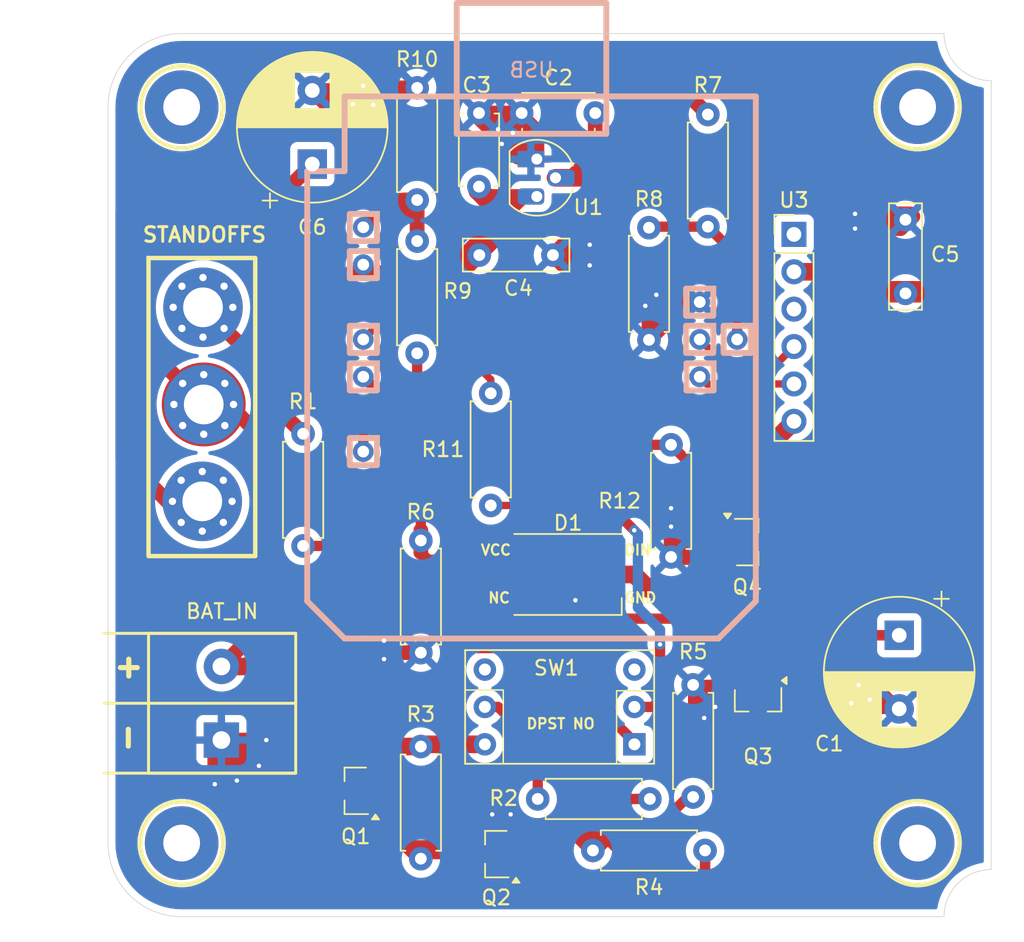
<source format=kicad_pcb>
(kicad_pcb (version 20240108) (generator "pcbnew") (generator_version "8.0")
  (layers (0 "F.Cu" signal) (31 "B.Cu" signal) (34 "B.Paste" user) (35 "F.Paste" user) (36 "B.SilkS" user "B.Silkscreen") (37 "F.SilkS" user "F.Silkscreen") (38 "B.Mask" user) (39 "F.Mask" user) (44 "Edge.Cuts" user))
  (net 0 "")
  (net 1 "CIRCUIT_POWER_SWITCH")
  (net 2 "GND")
  (net 3 "VCC_4.5V")
  (net 4 "+3.3V")
  (net 5 "Net-(U2-IO_13{slash}TCK)")
  (net 6 "Net-(D1-DIN)")
  (net 7 "Net-(Q1-G)")
  (net 8 "Net-(Q2-G)")
  (net 9 "Net-(Q4-D)")
  (net 10 "SIM800L_POWER_SWITCH")
  (net 11 "Net-(R1-Pad2)")
  (net 12 "Net-(R2-Pad2)")
  (net 13 "Net-(U2-IO_04)")
  (net 14 "Net-(R7-Pad2)")
  (net 15 "TEST_BUTTON")
  (net 16 "Net-(U2-IO_23{slash}D7)")
  (net 17 "SERIAL_TX")
  (net 18 "SERIAL_RX")
  (net 20 "Net-(J1-Pin_2)")
  (footprint "MountingHole:MountingHole_2.5mm_Pad" (layer "F.Cu") (at 172.275 73.2)
    (property "Reference" "H2" (hide yes))
    (property "Value" "MountingHole")
  )
  (footprint "Package_TO_SOT_SMD:SOT-23_Handsoldering" (layer "F.Cu") (at 161.4375 113.5 -90)
    (property "Reference" "Q3")
    (property "Value" "PMV16XNR ")
  )
  (footprint "Resistor_THT:R_Axial_DIN0207_L6.3mm_D2.5mm_P7.62mm_Horizontal" (layer "F.Cu") (at 138.525 124.26 90)
    (property "Reference" "R3")
    (property "Value" "100K")
  )
  (footprint "Capacitor_THT:CP_Radial_D10.0mm_P5.00mm" (layer "F.Cu") (at 171.025 109.082323 -90)
    (property "Reference" "C1")
    (property "Value" "470uF")
  )
  (footprint "LED_SMD:LED_WS2812B_PLCC4_5.0x5.0mm_P3.2mm" (layer "F.Cu") (at 148.525 104.95)
    (property "Reference" "D1")
    (property "Value" "WS2812B")
  )
  (footprint "Capacitor_THT:C_Disc_D4.7mm_W2.5mm_P5.00mm" (layer "F.Cu") (at 150.375 73.6 180)
    (property "Reference" "C2")
    (property "Value" "1uF")
  )
  (footprint "Connector_PinHeader_2.54mm:PinHeader_1x06_P2.54mm_Vertical" (layer "F.Cu") (at 163.875 81.845)
    (property "Reference" "U3")
    (property "Value" "SIM800L-CORE")
  )
  (footprint "Resistor_THT:R_Axial_DIN0207_L6.3mm_D2.5mm_P7.62mm_Horizontal" (layer "F.Cu") (at 138.275 89.92 90)
    (property "Reference" "R9")
    (property "Value" "150")
  )
  (footprint "Resistor_THT:R_Axial_DIN0207_L6.3mm_D2.5mm_P7.62mm_Horizontal" (layer "F.Cu") (at 154.025 89.01 90)
    (property "Reference" "R8")
    (property "Value" "680")
  )
  (footprint "Capacitor_THT:C_Rect_L7.0mm_W2.0mm_P5.00mm" (layer "F.Cu") (at 171.45 80.85 -90)
    (property "Reference" "C5")
    (property "Value" "C_Rect_L7.0mm_W2.0mm_P5.00mm")
  )
  (footprint "MountingHole:MountingHole_2.7mm_M2.5_Pad_Via" (layer "F.Cu") (at 123.775 93.4)
    (property "Reference" "S1" (hide yes))
    (property "Value" "CUNDUCTIVE_LEGS (legs 0, 1)")
  )
  (footprint "Resistor_THT:R_Axial_DIN0207_L6.3mm_D2.5mm_P7.62mm_Horizontal" (layer "F.Cu") (at 150.215 123.7)
    (property "Reference" "R4")
    (property "Value" "100K")
  )
  (footprint "MountingHole:MountingHole_2.7mm_M2.5_Pad_Via" (layer "F.Cu") (at 123.675 99.981891)
    (property "Reference" "S3" (hide yes))
    (property "Value" "CUNDUCTIVE_LEG (leg 2)")
  )
  (footprint "Resistor_THT:R_Axial_DIN0207_L6.3mm_D2.5mm_P7.62mm_Horizontal" (layer "F.Cu") (at 138.525 110.26 90)
    (property "Reference" "R6")
    (property "Value" "100K")
  )
  (footprint "Capacitor_THT:CP_Radial_D10.0mm_P5.00mm" (layer "F.Cu") (at 131.15 77.067677 90)
    (property "Reference" "C6")
    (property "Value" "470")
  )
  (footprint "Resistor_THT:R_Axial_DIN0207_L6.3mm_D2.5mm_P7.62mm_Horizontal" (layer "F.Cu") (at 158.025 81.32 90)
    (property "Reference" "R7")
    (property "Value" "330")
  )
  (footprint "Button_Switch_THT:SW_NKK_G1xJP" (layer "F.Cu") (at 153.035 116.49 180)
    (property "Reference" "SW1")
    (property "Value" "TEST")
  )
  (footprint "Package_TO_SOT_SMD:SOT-23_Handsoldering" (layer "F.Cu") (at 143.65 123.95 180)
    (property "Reference" "Q2")
    (property "Value" "PMV16XNR ")
  )
  (footprint "Package_TO_SOT_SMD:SOT-23_Handsoldering" (layer "F.Cu") (at 160.7 102.75)
    (property "Reference" "Q4")
    (property "Value" "PMV16XNR ")
  )
  (footprint "MountingHole:MountingHole_2.7mm_M2.5_Pad_Via" (layer "F.Cu") (at 123.725 86.8)
    (property "Reference" "S2" (hide yes))
    (property "Value" "CUNDUCTIVE STANDOFFS (legs 1, 2)")
  )
  (footprint "TerminalBlock_Philmore:TerminalBlock_Philmore_TB132_1x02_P5.00mm_Horizontal" (layer "F.Cu") (at 124.975 116.2 90)
    (property "Reference" "BAT_IN")
    (property "Value" "Screw_Terminal_01x02")
  )
  (footprint "Resistor_THT:R_Axial_DIN0207_L6.3mm_D2.5mm_P7.62mm_Horizontal" (layer "F.Cu") (at 138.275 71.89 -90)
    (property "Reference" "R10")
    (property "Value" "10K")
  )
  (footprint "Resistor_THT:R_Axial_DIN0207_L6.3mm_D2.5mm_P7.62mm_Horizontal" (layer "F.Cu") (at 130.525 103.01 90)
    (property "Reference" "R1")
    (property "Value" "330")
  )
  (footprint "Package_TO_SOT_THT:TO-92_HandSolder" (layer "F.Cu") (at 146.405 76.73 -90)
    (property "Reference" "U1")
    (property "Value" "MCP1700x-120xxTO")
  )
  (footprint "MountingHole:MountingHole_2.5mm_Pad" (layer "F.Cu") (at 172.275 123.2)
    (property "Reference" "H4" (hide yes))
    (property "Value" "MountingHole")
  )
  (footprint "Capacitor_THT:C_Rect_L7.0mm_W2.0mm_P5.00mm" (layer "F.Cu") (at 147.5 83.25 180)
    (property "Reference" "C4")
    (property "Value" "C_Rect_L7.0mm_W2.0mm_P5.00mm")
  )
  (footprint "Resistor_THT:R_Axial_DIN0207_L6.3mm_D2.5mm_P7.62mm_Horizontal" (layer "F.Cu") (at 154.085 120.2 180)
    (property "Reference" "R2")
    (property "Value" "330")
  )
  (footprint "Resistor_THT:R_Axial_DIN0207_L6.3mm_D2.5mm_P7.62mm_Horizontal" (layer "F.Cu") (at 157.025 112.45 -90)
    (property "Reference" "R5")
    (property "Value" "300K")
  )
  (footprint "MountingHole:MountingHole_2.5mm_Pad" (layer "F.Cu") (at 122.275 73.2)
    (property "Reference" "H1" (hide yes))
    (property "Value" "MountingHole")
  )
  (footprint "Package_TO_SOT_SMD:SOT-23_Handsoldering" (layer "F.Cu") (at 134.1 119.65 180)
    (property "Reference" "Q1")
    (property "Value" "NTR4101PT1G ")
  )
  (footprint "Resistor_THT:R_Axial_DIN0207_L6.3mm_D2.5mm_P7.62mm_Horizontal" (layer "F.Cu") (at 143.275 92.64 -90)
    (property "Reference" "R11")
    (property "Value" "270")
  )
  (footprint "MountingHole:MountingHole_2.5mm_Pad" (layer "F.Cu") (at 122.275 123.2)
    (property "Reference" "H3" (hide yes))
    (property "Value" "MountingHole")
  )
  (footprint "Capacitor_THT:C_Disc_D4.7mm_W2.5mm_P5.00mm" (layer "F.Cu") (at 142.475 78.6 90)
    (property "Reference" "C3")
    (property "Value" "1uF")
  )
  (footprint "Resistor_THT:R_Axial_DIN0207_L6.3mm_D2.5mm_P7.62mm_Horizontal" (layer "F.Cu") (at 155.525 103.76 90)
    (property "Reference" "R12")
    (property "Value" "10K")
  )
  (footprint "jw:esp32-wemos-d1-mini" (layer "B.Cu") (at 146.045 90.25)
    (property "Reference" "U2" (hide yes))
    (property "Value" "mini_esp32")
  )
  (gr_circle (center 123.775 93.4) (end 126.525455 93.4) (stroke (width 0.2)) (fill solid) (layer "F.Cu") (net 20))
  (gr_rect (start 120.025 108.95) (end 130.025 118.45) (stroke (width 0.2)) (fill none) (layer "F.SilkS"))
  (gr_rect (start 151.825 112.85) (end 154.37612 117.8108) (stroke (width 0.1)) (fill none) (layer "F.SilkS"))
  (gr_rect (start 133.8 80.55) (end 135.425 82.2) (stroke (width 0.2)) (fill none) (layer "F.SilkS"))
  (gr_rect (start 159.2 88.15) (end 160.825 89.8) (stroke (width 0.2)) (fill none) (layer "F.SilkS"))
  (gr_line (start 130.025 108.95) (end 116.975 108.95) (stroke (width 0.2)) (layer "F.SilkS"))
  (gr_line (start 130.025 113.7) (end 117.025 113.7) (stroke (width 0.2)) (layer "F.SilkS"))
  (gr_line (start 130.025 118.45) (end 117.025 118.45) (stroke (width 0.2)) (layer "F.SilkS"))
  (gr_rect (start 133.8 90.7) (end 135.425 92.35) (stroke (width 0.2)) (fill none) (layer "F.SilkS"))
  (gr_rect (start 133.8 83.075) (end 135.425 84.725) (stroke (width 0.2)) (fill none) (layer "F.SilkS"))
  (gr_rect (start 156.675 90.7) (end 158.3 92.35) (stroke (width 0.2)) (fill none) (layer "F.SilkS"))
  (gr_rect (start 156.675 88.15) (end 158.3 89.8) (stroke (width 0.2)) (fill none) (layer "F.SilkS"))
  (gr_rect (start 120.025 83.45) (end 127.275 103.7) (stroke (width 0.3)) (fill none) (layer "F.SilkS"))
  (gr_rect (start 133.8 88.15) (end 135.425 89.8) (stroke (width 0.2)) (fill none) (layer "F.SilkS"))
  (gr_rect (start 141.535 112.8) (end 144.125 117.8108) (stroke (width 0.1)) (fill none) (layer "F.SilkS"))
  (gr_rect (start 133.8 95.775) (end 135.425 97.425) (stroke (width 0.2)) (fill none) (layer "F.SilkS"))
  (gr_rect (start 156.675 85.625) (end 158.3 87.275) (stroke (width 0.2)) (fill none) (layer "F.SilkS"))
  (gr_line (start 122.275 128.2) (end 174.075 128.2) (stroke (width 0.05)) (layer "Edge.Cuts"))
  (gr_arc (start 174.075 128.2) (mid 175.012258 125.937258) (end 177.275 125) (stroke (width 0.05)) (layer "Edge.Cuts"))
  (gr_line (start 174.075 68.2) (end 122.275 68.2) (stroke (width 0.05)) (layer "Edge.Cuts"))
  (gr_arc (start 117.275 73.2) (mid 118.739466 69.664466) (end 122.275 68.2) (stroke (width 0.05)) (layer "Edge.Cuts"))
  (gr_arc (start 122.275 128.2) (mid 118.739466 126.735534) (end 117.275 123.2) (stroke (width 0.05)) (layer "Edge.Cuts"))
  (gr_line (start 177.275 125) (end 177.275 71.4) (stroke (width 0.05)) (layer "Edge.Cuts"))
  (gr_line (start 117.275 73.2) (end 117.275 123.2) (stroke (width 0.05)) (layer "Edge.Cuts"))
  (gr_arc (start 177.275 71.4) (mid 175.012258 70.462742) (end 174.075 68.2) (stroke (width 0.05)) (layer "Edge.Cuts"))
  (gr_text "VCC" (at 142.525 103.7 0) (layer "F.SilkS") (effects (font (size 0.7 0.7) (thickness 0.15) (bold yes)) (justify left bottom)))
  (gr_text "NC" (at 143.025 106.95 0) (layer "F.SilkS") (effects (font (size 0.7 0.7) (thickness 0.15) (bold yes)) (justify left bottom)))
  (gr_text "-" (at 119.425 117.2 90) (layer "F.SilkS") (effects (font (size 1.5 1.5) (thickness 0.35) (bold yes)) (justify left bottom)))
  (gr_text "STANDOFFS" (at 119.525 82.45 0) (layer "F.SilkS") (effects (font (size 1 1) (thickness 0.2) (bold yes)) (justify left bottom)))
  (gr_text "DIN" (at 152.275 103.7 0) (layer "F.SilkS") (effects (font (size 0.7 0.7) (thickness 0.15) (bold yes)) (justify left bottom)))
  (gr_text "+" (at 117.525 112.05 0) (layer "F.SilkS") (effects (font (size 1.5 1.5) (thickness 0.35) (bold yes)) (justify left bottom)))
  (gr_text "DPST NO" (at 145.625 115.5 0) (layer "F.SilkS") (effects (font (size 0.7 0.7) (thickness 0.15) (bold yes)) (justify left bottom)))
  (gr_text "GND" (at 152.275 106.95 0) (layer "F.SilkS") (effects (font (size 0.7 0.7) (thickness 0.15) (bold yes)) (justify left bottom)))
  (segment (start 160.05 107.95) (end 145.025 107.95) (width 0.7) (layer "F.Cu") (net 1))
  (segment (start 162.3875 110.2875) (end 162.3875 112) (width 0.7) (layer "F.Cu") (net 1))
  (segment (start 171.025 109.082323) (end 167.025 109.082323) (width 0.7) (layer "F.Cu") (net 1))
  (segment (start 138.525 95.43) (end 134.615 91.52) (width 0.7) (layer "F.Cu") (net 1))
  (segment (start 138.525 102.64) (end 138.525 101.95) (width 1) (layer "F.Cu") (net 1))
  (segment (start 171.025 109.082323) (end 163.592677 109.082323) (width 0.7) (layer "F.Cu") (net 1))
  (segment (start 161.5 109.4) (end 160.05 107.95) (width 0.7) (layer "F.Cu") (net 1))
  (segment (start 138.525 102.64) (end 138.525 103.45) (width 1) (layer "F.Cu") (net 1))
  (segment (start 163.592677 109.082323) (end 162.3875 110.2875) (width 0.7) (layer "F.Cu") (net 1))
  (segment (start 139.025 103.95) (end 138.525 103.45) (width 0.7) (layer "F.Cu") (net 1))
  (segment (start 161.5 109.4) (end 162.3875 110.2875) (width 0.7) (layer "F.Cu") (net 1))
  (segment (start 141.025 103.95) (end 139.025 103.95) (width 0.7) (layer "F.Cu") (net 1))
  (segment (start 138.525 103.45) (end 138.525 95.43) (width 0.7) (layer "F.Cu") (net 1))
  (segment (start 145.025 107.95) (end 141.025 103.95) (width 0.7) (layer "F.Cu") (net 1))
  (segment (start 155.8 103.7) (end 155.7 103.6) (width 1.2) (layer "F.Cu") (net 2))
  (segment (start 157.275 115.2) (end 157.775 114.7) (width 0.7) (layer "F.Cu") (net 2))
  (segment (start 168.157323 114.082323) (end 167.775 113.7) (width 0.7) (layer "F.Cu") (net 2))
  (segment (start 157.025 112.45) (end 160.525 112.45) (width 0.7) (layer "F.Cu") (net 2))
  (segment (start 133.9 73) (end 132.082323 73) (width 1) (layer "F.Cu") (net 2))
  (segment (start 145.15 123) (end 145.125 123) (width 0.7) (layer "F.Cu") (net 2))
  (segment (start 155.015 87.21) (end 154.525 87.7) (width 1) (layer "F.Cu") (net 2))
  (segment (start 155.525 103.76) (end 155.525 100.45) (width 1) (layer "F.Cu") (net 2))
  (segment (start 169.407323 114.082323) (end 168.275 112.95) (width 0.7) (layer "F.Cu") (net 2))
  (segment (start 138.525 110.26) (end 136.835 110.26) (width 1) (layer "F.Cu") (net 2))
  (segment (start 149.125 106.6) (end 149.025 106.7) (width 0.7) (layer "F.Cu") (net 2))
  (segment (start 136.835 110.26) (end 136.025 109.45) (width 1) (layer "F.Cu") (net 2))
  (segment (start 145.125 123) (end 143.375 121.25) (width 0.7) (layer "F.Cu") (net 2))
  (segment (start 150 83.95) (end 149.2 83.15) (width 1) (layer "F.Cu") (net 2))
  (segment (start 157.025 115.2) (end 157.275 115.2) (width 0.7) (layer "F.Cu") (net 2))
  (segment (start 145.15 123) (end 145.15 121.775) (width 0.7) (layer "F.Cu") (net 2))
  (segment (start 146.405 76.73) (end 146.405 76.33) (width 1) (layer "F.Cu") (net 2))
  (segment (start 170.875 80.692677) (end 169.55 80.692677) (width 1) (layer "F.Cu") (net 2))
  (segment (start 124.525 119.2) (end 125.775 119.2) (width 1) (layer "F.Cu") (net 2))
  (segment (start 150 83.95) (end 150 82.55) (width 1) (layer "F.Cu") (net 2))
  (segment (start 125.025 117.95) (end 125.025 116.2) (width 1) (layer "F.Cu") (net 2))
  (segment (start 125.025 119.2) (end 128.025 116.2) (width 1) (layer "F.Cu") (net 2))
  (segment (start 126.525 118.2) (end 124.775 116.45) (width 1) (layer "F.Cu") (net 2))
  (segment (start 150 82.55) (end 148.2 82.55) (width 1) (layer "F.Cu") (net 2))
  (segment (start 148.2 83.95) (end 147.5 83.25) (width 1) (layer "F.Cu") (net 2))
  (segment (start 145.055 76.73) (end 144.025 75.7) (width 0.7) (layer "F.Cu") (net 2))
  (segment (start 168.025 80.45) (end 171.782323 80.45) (width 1) (layer "F.Cu") (net 2))
  (segment (start 155.015 86.44) (end 154.525 85.95) (width 1) (layer "F.Cu") (net 2))
  (segment (start 127.525 117.95) (end 126.725 117.95) (width 1) (layer "F.Cu") (net 2))
  (segment (start 167.775 112.95) (end 168.275 112.45) (width 0.7) (layer "F.Cu") (net 2))
  (segment (start 125.775 119.2) (end 126.025 118.95) (width 1) (layer "F.Cu") (net 2))
  (segment (start 169.55 80.692677) (end 170 80.692677) (width 1) (layer "F.Cu") (net 2))
  (segment (start 171.782323 80.45) (end 171.95 80.617677) (width 1) (layer "F.Cu") (net 2))
  (segment (start 156.595 86.44) (end 154.025 89.01) (width 1) (layer "F.Cu") (net 2))
  (segment (start 128.025 117.45) (end 127.275 116.7) (width 1) (layer "F.Cu") (net 2))
  (segment (start 146.405 76.73) (end 145.055 76.73) (width 0.7) (layer "F.Cu") (net 2))
  (segment (start 145.375 73.6) (end 142.475 73.6) (width 1) (layer "F.Cu") (net 2))
  (segment (start 126.225 117.45) (end 124.975 116.2) (width 1) (layer "F.Cu") (net 2))
  (segment (start 160.025 112.45) (end 159.025 112.45) (width 0.7) (layer "F.Cu") (net 2))
  (segment (start 159.475 103.7) (end 158.025 103.7) (width 1) (layer "F.Cu") (net 2))
  (segment (start 145.15 123) (end 144.45 122.3) (width 0.7) (layer "F.Cu") (net 2))
  (segment (start 168.782323 80.692677) (end 168.025 81.45) (width 1) (layer "F.Cu") (net 2))
  (segment (start 145.15 121.775) (end 144.625 121.25) (width 0.7) (layer "F.Cu") (net 2))
  (segment (start 158.525 113.95) (end 157.775 114.7) (width 0.7) (layer "F.Cu") (net 2))
  (segment (start 146.405 74.83) (end 145.275 73.7) (width 1) (layer "F.Cu") (net 2))
  (segment (start 146.405 75.58) (end 144.775 73.95) (width 1) (layer "F.Cu") (net 2))
  (segment (start 134.65 72.4) (end 134.65 71.9) (width 1) (layer "F.Cu") (net 2))
  (segment (start 170.157323 114.082323) (end 169.025 112.95) (width 0.7) (layer "F.Cu") (net 2))
  (segment (start 157.025 112.45) (end 157.025 115.2) (width 0.7) (layer "F.Cu") (net 2))
  (segment (start 126.725 117.95) (end 124.975 116.2) (width 1) (layer "F.Cu") (net 2))
  (segment (start 128.025 117.45) (end 127.525 117.95) (width 1) (layer "F.Cu") (net 2))
  (segment (start 169.392677 112.45) (end 171.025 114.082323) (width 0.7) (layer "F.Cu") (net 2))
  (segment (start 157.025 115.2) (end 159.775 112.45) (width 0.7) (layer "F.Cu") (net 2))
  (segment (start 133.9 73) (end 135.25 73) (width 1) (layer "F.Cu") (net 2))
  (segment (start 168.025 81.45) (end 168.025 80.45) (width 1) (layer "F.Cu") (net 2))
  (segment (start 128.025 116.2) (end 128.025 117.45) (width 1) (layer "F.Cu") (net 2))
  (segment (start 150.975 106.6) (end 149.125 106.6) (width 0.7) (layer "F.Cu") (net 2))
  (segment (start 124.525 116.65) (end 124.975 116.2) (width 1) (layer "F.Cu") (net 2))
  (segment (start 127.525 117.95) (end 125.775 116.2) (width 1) (layer "F.Cu") (net 2))
  (segment (start 157.025 114.45) (end 157.025 112.45) (width 0.7) (layer "F.Cu") (net 2))
  (segment (start 146.405 76.73) (end 145.555 76.73) (width 1) (layer "F.Cu") (net 2))
  (segment (start 126.525 118.95) (end 127.525 117.95) (width 1) (layer "F.Cu") (net 2))
  (segment (start 138.525 72.14) (end 138.275 71.89) (width 0.7) (layer "F.Cu") (net 2))
  (segment (start 136.46 71.89) (end 135.3 73.05) (width 1) (layer "F.Cu") (net 2))
  (segment (start 158.025 103.7) (end 157.275 102.95) (width 1) (layer "F.Cu") (net 2))
  (segment (start 125.775 116.2) (end 125.025 116.2) (width 1) (layer "F.Cu") (net 2))
  (segment (start 127.275 116.7) (end 124.775 116.7) (width 1) (layer "F.Cu") (net 2))
  (segment (start 127.525 117.95) (end 126.275 119.2) (width 1) (layer "F.Cu") (net 2))
  (segment (start 146.405 76.73) (end 146.405 75.58) (width 1) (layer "F.Cu") (net 2))
  (segment (start 169.642677 112.7) (end 168.525 112.7) (width 0.7) (layer "F.Cu") (net 2))
  (segment (start 149.2 83.15) (end 148.7 83.15) (width 1) (layer "F.Cu") (net 2))
  (segment (start 155.525 100.45) (end 155.525 101.2) (width 1) (layer "F.Cu") (net 2))
  (segment (start 157.275 102.95) (end 156.025 102.95) (width 1) (layer "F.Cu") (net 2))
  (segment (start 136.465 110.26) (end 136.025 110.7) (width 1) (layer "F.Cu") (net 2))
  (segment (start 138.275 71.89) (end 136.46 71.89) (width 1) (layer "F.Cu") (net 2))
  (segment (start 128.025 117.45) (end 126.225 117.45) (width 1) (layer "F.Cu") (net 2))
  (segment (start 128.025 116.2) (end 124.975 116.2) (width 1) (layer "F.Cu") (net 2))
  (segment (start 170.875 80.692677) (end 168.032323 80.692677) (width 1) (layer "F.Cu") (net 2))
  (segment (start 126.275 119.2) (end 125.775 119.2) (width 1) (layer "F.Cu") (net 2))
  (segment (start 124.525 119.2) (end 125.025 119.2) (width 1) (layer "F.Cu") (net 2))
  (segment (start 160.025 112.45) (end 158.275 112.45) (width 0.7) (layer "F.Cu") (net 2))
  (segment (start 158.025 103.7) (end 155.585 103.7) (width 1) (layer "F.Cu") (net 2))
  (segment (start 170.875 80.692677) (end 168.267677 80.692677) (width 1) (layer "F.Cu") (net 2))
  (segment (start 168.267677 80.692677) (end 168.025 80.45) (width 1) (layer "F.Cu") (net 2))
  (segment (start 171.025 114.082323) (end 169.407323 114.082323) (width 0.7) (layer "F.Cu") (net 2))
  (segment (start 155.585 103.7) (end 155.525 103.76) (width 1) (layer "F.Cu") (net 2))
  (segment (start 168.657323 114.082323) (end 168.025 113.45) (width 0.7) (layer "F.Cu") (net 2))
  (segment (start 157.475 86.44) (end 156.595 86.44) (width 1) (layer "F.Cu") (net 2))
  (segment (start 145.555 76.73) (end 142.525 73.7) (width 1) (layer "F.Cu") (net 2))
  (segment (start 154.525 87.7) (end 154.525 86.7) (width 1) (layer "F.Cu") (net 2))
  (segment (start 158.275 112.45) (end 157.275 113.45) (width 0.7) (layer "F.Cu") (net 2))
  (segment (start 159.775 112.7) (end 158.525 113.95) (width 0.7) (layer "F.Cu") (net 2))
  (segment (start 171.117677 81.45) (end 171.95 80.617677) (width 1) (layer "F.Cu") (net 2))
  (segment (start 135.25 73) (end 135.3 73.05) (width 1) (layer "F.Cu") (net 2))
  (segment (start 170.157323 80.85) (end 171.45 80.85) (width 1) (layer "F.Cu") (net 2))
  (segment (start 169.55 80.692677) (end 168.782323 80.692677) (width 1) (layer "F.Cu") (net 2))
  (segment (start 148.2 82.55) (end 147.5 83.25) (width 1) (layer "F.Cu") (net 2))
  (segment (start 146.405 76.33) (end 144.025 73.95) (width 1) (layer "F.Cu") (net 2))
  (segment (start 154.025 86.95) (end 153.775 86.7) (width 1) (layer "F.Cu") (net 2))
  (segment (start 142.475 73.6) (end 142.475 74.15) (width 0.7) (layer "F.Cu") (net 2))
  (segment (start 171.025 114.082323) (end 168.157323 114.082323) (width 0.7) (layer "F.Cu") (net 2))
  (segment (start 168.275 112.45) (end 169.392677 112.45) (width 0.7) (layer "F.Cu") (net 2))
  (segment (start 126.025 118.95) (end 126.525 118.95) (width 1) (layer "F.Cu") (net 2))
  (segment (start 150 83.95) (end 148.2 83.95) (width 1) (layer "F.Cu") (net 2))
  (segment (start 170 80.692677) (end 170.157323 80.85) (width 1) (layer "F.Cu") (net 2))
  (segment (start 155.525 101.2) (end 158.025 103.7) (width 1) (layer "F.Cu") (net 2))
  (segment (start 126.025 118.95) (end 125.025 117.95) (width 1) (layer "F.Cu") (net 2))
  (segment (start 134.282323 72.067677) (end 134.6 71.75) (width 1) (layer "F.Cu") (net 2))
  (segment (start 159.025 112.45) (end 157.025 114.45) (width 0.7) (layer "F.Cu") (net 2))
  (segment (start 146.405 76.73) (end 146.405 74.83) (width 1) (layer "F.Cu") (net 2))
  (segment (start 144.45 122.3) (end 144.45 121.65) (width 0.7) (layer "F.Cu") (net 2))
  (segment (start 138.525 110.26) (end 136.465 110.26) (width 1) (layer "F.Cu") (net 2))
  (segment (start 124.525 119.2) (end 124.525 116.65) (width 1) (layer "F.Cu") (net 2))
  (segment (start 142.475 74.15) (end 144.025 75.7) (width 0.7) (layer "F.Cu") (net 2))
  (segment (start 171.025 114.082323) (end 169.642677 112.7) (width 0.7) (layer "F.Cu") (net 2))
  (segment (start 171.025 114.082323) (end 170.157323 114.082323) (width 0.7) (layer "F.Cu") (net 2))
  (segment (start 135.3 73.05) (end 134.65 72.4) (width 1) (layer "F.Cu") (net 2))
  (segment (start 144.625 121.25) (end 143.375 121.25) (width 0.7) (layer "F.Cu") (net 2))
  (segment (start 154.025 89.01) (end 154.025 86.95) (width 1) (layer "F.Cu") (net 2))
  (segment (start 155.015 86.44) (end 155.015 87.21) (width 1) (layer "F.Cu") (net 2))
  (segment (start 132.082323 73) (end 131.15 72.067677) (width 1) (layer "F.Cu") (net 2))
  (segment (start 159.775 112.45) (end 159.775 112.7) (width 0.7) (layer "F.Cu") (net 2))
  (segment (start 168.025 81.45) (end 171.117677 81.45) (width 1) (layer "F.Cu") (net 2))
  (segment (start 167.775 113.7) (end 167.775 112.95) (width 0.7) (layer "F.Cu") (net 2))
  (segment (start 134.74 71.89) (end 134.6 71.75) (width 1) (layer "F.Cu") (net 2))
  (segment (start 136.025 110.7) (end 136.025 109.45) (width 1) (layer "F.Cu") (net 2))
  (segment (start 138.275 71.89) (end 134.74 71.89) (width 1) (layer "F.Cu") (net 2))
  (segment (start 131.15 72.067677) (end 134.282323 72.067677) (width 1) (layer "F.Cu") (net 2))
  (segment (start 153.775 86.7) (end 154.525 85.95) (width 1) (layer "F.Cu") (net 2))
  (segment (start 157.475 86.44) (end 155.015 86.44) (width 1) (layer "F.Cu") (net 2))
  (segment (start 171.025 114.082323) (end 168.657323 114.082323) (width 0.7) (layer "F.Cu") (net 2))
  (segment (start 159.2 103.7) (end 155.8 103.7) (width 1.2) (layer "F.Cu") (net 2))
  (segment (start 126.525 118.95) (end 126.525 118.2) (width 1) (layer "F.Cu") (net 2))
  (via (at 144.625 121.25) (size 0.7) (drill 0.3) (layers "F.Cu" "B.Cu") (net 2))
  (via (at 133.9 73) (size 0.7) (drill 0.3) (layers "F.Cu" "B.Cu") (net 2))
  (via (at 167.775 113.7) (size 0.7) (drill 0.3) (layers "F.Cu" "B.Cu") (net 2))
  (via (at 158.525 113.95) (size 0.7) (drill 0.3) (layers "F.Cu" "B.Cu") (net 2))
  (via (at 144.025 75.7) (size 0.7) (drill 0.3) (layers "F.Cu" "B.Cu") (net 2))
  (via (at 169.025 113.45) (size 0.7) (drill 0.3) (layers "F.Cu" "B.Cu") (net 2))
  (via (at 136.025 110.7) (size 0.7) (drill 0.3) (layers "F.Cu" "B.Cu") (net 2))
  (via (at 134.6 71.75) (size 0.7) (drill 0.3) (layers "F.Cu" "B.Cu") (net 2))
  (via (at 135.3 73.05) (size 0.7) (drill 0.3) (layers "F.Cu" "B.Cu") (net 2))
  (via (at 155.525 101.7) (size 0.7) (drill 0.3) (layers "F.Cu" "B.Cu") (net 2))
  (via (at 168.025 80.45) (size 0.7) (drill 0.3) (layers "F.Cu" "B.Cu") (net 2))
  (via (at 126.025 118.95) (size 0.7) (drill 0.3) (layers "F.Cu" "B.Cu") (net 2))
  (via (at 155.525 100.45) (size 0.7) (drill 0.3) (layers "F.Cu" "B.Cu") (net 2))
  (via (at 153.775 86.7) (size 0.7) (drill 0.3) (layers "F.Cu" "B.Cu") (net 2))
  (via (at 150 83.95) (size 0.7) (drill 0.3) (layers "F.Cu" "B.Cu") (net 2))
  (via (at 154.525 85.95) (size 0.7) (drill 0.3) (layers "F.Cu" "B.Cu") (net 2))
  (via (at 127.525 117.95) (size 0.7) (drill 0.3) (layers "F.Cu" "B.Cu") (net 2))
  (via (at 168.275 112.45) (size 0.7) (drill 0.3) (layers "F.Cu" "B.Cu") (net 2))
  (via (at 168.025 81.45) (size 0.7) (drill 0.3) (layers "F.Cu" "B.Cu") (net 2))
  (via (at 144.775 74.95) (size 0.7) (drill 0.3) (layers "F.Cu" "B.Cu") (net 2))
  (via (at 149.025 106.7) (size 0.7) (drill 0.3) (layers "F.Cu" "B.Cu") (net 2))
  (via (at 136.025 109.45) (size 0.7) (drill 0.3) (layers "F.Cu" "B.Cu") (net 2))
  (via (at 157.775 114.7) (size 0.7) (drill 0.3) (layers "F.Cu" "B.Cu") (net 2))
  (via (at 143.375 121.25) (size 0.7) (drill 0.3) (layers "F.Cu" "B.Cu") (net 2))
  (via (at 124.525 119.2) (size 0.7) (drill 0.3) (layers "F.Cu" "B.Cu") (net 2))
  (via (at 128.025 116.2) (size 0.7) (drill 0.3) (layers "F.Cu" "B.Cu") (net 2))
  (via (at 143.775 74.7) (size 0.7) (drill 0.3) (layers "F.Cu" "B.Cu") (net 2))
  (via (at 150 82.55) (size 0.7) (drill 0.3) (layers "F.Cu" "B.Cu") (net 2))
  (segment (start 174.992677 85.617677) (end 175.067677 85.692677) (width 1.2) (layer "F.Cu") (net 3))
  (segment (start 167.735 84.385) (end 163.875 84.385) (width 1.2) (layer "F.Cu") (net 3))
  (segment (start 175.275 87.175) (end 175.275 94.45) (width 1.2) (layer "F.Cu") (net 3))
  (segment (start 158.895 126.2) (end 157.835 125.14) (width 0.7) (layer "F.Cu") (net 3))
  (segment (start 147.675 78) (end 148.725 78) (width 1) (layer "F.Cu") (net 3))
  (segment (start 171.95 85.617677) (end 168.967677 85.617677) (width 1.2) (layer "F.Cu") (net 3))
  (segment (start 150.525 76.5) (end 150.525 77.45) (width 1) (layer "F.Cu") (net 3))
  (segment (start 175.067677 85.692677) (end 175.275 85.9) (width 1.2) (layer "F.Cu") (net 3))
  (segment (start 166.7 120.85) (end 169.45 118.1) (width 1.2) (layer "F.Cu") (net 3))
  (segment (start 150.375 76.35) (end 151.775 77.75) (width 1) (layer "F.Cu") (net 3))
  (segment (start 169.45 118.1) (end 173.875 118.1) (width 1.2) (layer "F.Cu") (net 3))
  (segment (start 168.05 78) (end 147.675 78) (width 1.2) (layer "F.Cu") (net 3))
  (segment (start 157.835 125.26) (end 158.775 126.2) (width 0.7) (layer "F.Cu") (net 3))
  (segment (start 156.025 126.2) (end 155.6125 126.6125) (width 0.7) (layer "F.Cu") (net 3))
  (segment (start 170.875 85.692677) (end 175.067677 85.692677) (width 1.2) (layer "F.Cu") (net 3))
  (segment (start 175.275 116.7) (end 175.275 111.7) (width 1.2) (layer "F.Cu") (net 3))
  (segment (start 151.775 77.75) (end 151.775 77.95) (width 1) (layer "F.Cu") (net 3))
  (segment (start 132.6 123.65) (end 132.6 119.65) (width 1.2) (layer "F.Cu") (net 3))
  (segment (start 175.275 85.9) (end 175.275 79.575) (width 1.2) (layer "F.Cu") (net 3))
  (segment (start 175.275 87.175) (end 173.975 85.875) (width 1.2) (layer "F.Cu") (net 3))
  (segment (start 156.025 126.2) (end 165.275 126.2) (width 1.2) (layer "F.Cu") (net 3))
  (segment (start 150.375 76.35) (end 150.525 76.5) (width 1) (layer "F.Cu") (net 3))
  (segment (start 175.275 111.7) (end 175.275 107.95) (width 1.2) (layer "F.Cu") (net 3))
  (segment (start 175.067677 85.692677) (end 172.025 85.692677) (width 1.2) (layer "F.Cu") (net 3))
  (segment (start 169.225 85.875) (end 168.967677 85.617677) (width 1.2) (layer "F.Cu") (net 3))
  (segment (start 157.835 125.14) (end 156.775 126.2) (width 0.7) (layer "F.Cu") (net 3))
  (segment (start 166.7 124.775) (end 166.7 120.85) (width 1.2) (layer "F.Cu") (net 3))
  (segment (start 172.025 85.692677) (end 171.95 85.617677) (width 1.2) (layer "F.Cu") (net 3))
  (segment (start 173.275 105.95) (end 154.025 105.95) (width 1.2) (layer "F.Cu") (net 3))
  (segment (start 175.275 108.95) (end 175.275 111.7) (width 1.2) (layer "F.Cu") (net 3))
  (segment (start 170.95 85.617677) (end 170.875 85.692677) (width 1.2) (layer "F.Cu") (net 3))
  (segment (start 175.275 85.9) (end 175.275 87.175) (width 1.2) (layer "F.Cu") (net 3))
  (segment (start 173.875 118.1) (end 175.275 116.7) (width 1.2) (layer "F.Cu") (net 3))
  (segment (start 156.025 126.2) (end 155.175 127.05) (width 1.2) (layer "F.Cu") (net 3))
  (segment (start 148.725 78) (end 150.375 76.35) (width 1) (layer "F.Cu") (net 3))
  (segment (start 175.275 107.95) (end 173.275 105.95) (width 1.2) (layer "F.Cu") (net 3))
  (segment (start 168.875 77.175) (end 168.05 78) (width 1.2) (layer "F.Cu") (net 3))
  (segment (start 168.967677 85.617677) (end 174.992677 85.617677) (width 1.2) (layer "F.Cu") (net 3))
  (segment (start 157.835 123.7) (end 157.835 125.14) (width 0.7) (layer "F.Cu") (net 3))
  (segment (start 175.275 79.575) (end 172.875 77.175) (width 1.2) (layer "F.Cu") (net 3))
  (segment (start 154.025 105.95) (end 153.025 104.95) (width 1.2) (layer "F.Cu") (net 3))
  (segment (start 147.725 104.95) (end 146.075 103.3) (width 1.2) (layer "F.Cu") (net 3))
  (segment (start 136 127.05) (end 132.6 123.65) (width 1.2) (layer "F.Cu") (net 3))
  (segment (start 153.025 104.95) (end 147.725 104.95) (width 1.2) (layer "F.Cu") (net 3))
  (segment (start 171.95 85.617677) (end 170.95 85.617677) (width 1.2) (layer "F.Cu") (net 3))
  (segment (start 168.967677 85.617677) (end 167.735 84.385) (width 1.2) (layer "F.Cu") (net 3))
  (segment (start 150.375 76.35) (end 150.375 73.6) (width 1) (layer "F.Cu") (net 3))
  (segment (start 165.275 126.2) (end 166.7 124.775) (width 1.2) (layer "F.Cu") (net 3))
  (segment (start 175.275 94.45) (end 175.275 108.95) (width 1.2) (layer "F.Cu") (net 3))
  (segment (start 157.835 123.7) (end 157.835 125.26) (width 0.7) (layer "F.Cu") (net 3))
  (segment (start 172.875 77.175) (end 168.875 77.175) (width 1.2) (layer "F.Cu") (net 3))
  (segment (start 155.175 127.05) (end 136 127.05) (width 1.2) (layer "F.Cu") (net 3))
  (segment (start 173.975 85.875) (end 169.225 85.875) (width 1.2) (layer "F.Cu") (net 3))
  (segment (start 134.615 83.9) (end 135.165 84.45) (width 1) (layer "F.Cu") (net 4))
  (segment (start 146.405 79.27) (end 144.025 79.27) (width 1) (layer "F.Cu") (net 4))
  (segment (start 132.525 94.7) (end 132.525 99.45) (width 0.7) (layer "F.Cu") (net 4))
  (segment (start 142.8 78.925) (end 142.8 79.475) (width 1) (layer "F.Cu") (net 4))
  (segment (start 144.025 80.7) (end 142.275 78.95) (width 1) (layer "F.Cu") (net 4))
  (segment (start 136.275 84.45) (end 140.275 84.45) (width 1) (layer "F.Cu") (net 4))
  (segment (start 142.5 83.25) (end 144.025 81.725) (width 1) (layer "F.Cu") (net 4))
  (segment (start 144.025 80.7) (end 144.025 79.27) (width 1) (layer "F.Cu") (net 4))
  (segment (start 145.455 79.27) (end 143.775 80.95) (width 1) (layer "F.Cu") (net 4))
  (segment (start 146.405 79.27) (end 145.455 79.27) (width 1) (layer "F.Cu") (net 4))
  (segment (start 140.275 84.45) (end 141.3 84.45) (width 1) (layer "F.Cu") (net 4))
  (segment (start 144.15 108.7) (end 145.4 109.95) (width 0.7) (layer "F.Cu") (net 4))
  (segment (start 131.525 86.7) (end 131.525 93.7) (width 0.7) (layer "F.Cu") (net 4))
  (segment (start 135.165 84.45) (end 136.275 84.45) (width 1) (layer "F.Cu") (net 4))
  (segment (start 133.775 84.45) (end 131.525 86.7) (width 0.7) (layer "F.Cu") (net 4))
  (segment (start 144.025 81.725) (end 144.025 80.7) (width 1) (layer "F.Cu") (net 4))
  (segment (start 146.65 109.95) (end 153.035 116.335) (width 0.7) (layer "F.Cu") (net 4))
  (segment (start 136.275 84.45) (end 133.775 84.45) (width 1) (layer "F.Cu") (net 4))
  (segment (start 144.025 79.27) (end 143.145 79.27) (width 1) (layer "F.Cu") (net 4))
  (segment (start 153.035 116.335) (end 153.035 116.49) (width 0.7) (layer "F.Cu") (net 4))
  (segment (start 143.145 79.27) (end 142.475 78.6) (width 1) (layer "F.Cu") (net 4))
  (segment (start 142.475 78.6) (end 142.8 78.925) (width 1) (layer "F.Cu") (net 4))
  (segment (start 142.8 79.475) (end 144.025 80.7) (width 1) (layer "F.Cu") (net 4))
  (segment (start 140.275 84.45) (end 144.025 80.7) (width 1) (layer "F.Cu") (net 4))
  (segment (start 141.775 108.7) (end 144.15 108.7) (width 0.7) (layer "F.Cu") (net 4))
  (segment (start 142.275 78.95) (end 142.275 78.7) (width 1) (layer "F.Cu") (net 4))
  (segment (start 145.4 109.95) (end 146.65 109.95) (width 0.7) (layer "F.Cu") (net 4))
  (segment (start 141.3 84.45) (end 142.5 83.25) (width 1) (layer "F.Cu") (net 4))
  (segment (start 131.525 93.7) (end 132.525 94.7) (width 0.7) (layer "F.Cu") (net 4))
  (segment (start 132.525 99.45) (end 141.775 108.7) (width 0.7) (layer "F.Cu") (net 4))
  (segment (start 135.615 80.36) (end 138.025 80.36) (width 1) (layer "F.Cu") (net 5))
  (segment (start 138.025 80.36) (end 138.275 80.61) (width 1) (layer "F.Cu") (net 5))
  (segment (start 138.275 82.3) (end 138.275 79.51) (width 1) (layer "F.Cu") (net 5))
  (segment (start 136.465 79.51) (end 134.615 81.36) (width 1) (layer "F.Cu") (net 5))
  (segment (start 138.275 80.61) (end 137.275 79.61) (width 1) (layer "F.Cu") (net 5))
  (segment (start 134.615 81.36) (end 135.615 80.36) (width 1) (layer "F.Cu") (net 5))
  (segment (start 136.585 79.51) (end 138.275 79.51) (width 1) (layer "F.Cu") (net 5))
  (segment (start 138.275 82.3) (end 138.275 80.61) (width 1) (layer "F.Cu") (net 5))
  (segment (start 135.9 80.075) (end 136.275 79.7) (width 1) (layer "F.Cu") (net 5))
  (segment (start 134.615 81.36) (end 135.9 80.075) (width 1) (layer "F.Cu") (net 5))
  (segment (start 138.275 79.51) (end 136.465 79.51) (width 1) (layer "F.Cu") (net 5))
  (segment (start 146.085 100.26) (end 149.125 103.3) (width 0.5) (layer "F.Cu") (net 6))
  (segment (start 149.125 103.3) (end 150.975 103.3) (width 0.5) (layer "F.Cu") (net 6))
  (segment (start 143.275 100.26) (end 146.085 100.26) (width 0.5) (layer "F.Cu") (net 6))
  (segment (start 137.375 123.35) (end 141.6 123.35) (width 0.7) (layer "F.Cu") (net 7))
  (segment (start 139.085 123.7) (end 138.525 124.26) (width 0.7) (layer "F.Cu") (net 7))
  (segment (start 137.375 123.35) (end 137.975 123.95) (width 0.7) (layer "F.Cu") (net 7))
  (segment (start 137.975 123.95) (end 142.15 123.95) (width 0.7) (layer "F.Cu") (net 7))
  (segment (start 137.375 123.35) (end 137.375 122.375) (width 0.7) (layer "F.Cu") (net 7))
  (segment (start 137.375 122.375) (end 135.6 120.6) (width 0.7) (layer "F.Cu") (net 7))
  (segment (start 141.6 123.35) (end 142.1 123.85) (width 0.7) (layer "F.Cu") (net 7))
  (segment (start 138.525 124.26) (end 138.285 124.26) (width 0.7) (layer "F.Cu") (net 7))
  (segment (start 138.285 124.26) (end 137.375 123.35) (width 0.7) (layer "F.Cu") (net 7))
  (segment (start 148.775 122.7) (end 149.465 122.7) (width 1) (layer "F.Cu") (net 8))
  (segment (start 134.085 103.01) (end 141.025 109.95) (width 0.7) (layer "F.Cu") (net 8))
  (segment (start 150.215 115.89) (end 150.215 121.95) (width 0.7) (layer "F.Cu") (net 8))
  (segment (start 150.215 123.7) (end 150.275 123.7) (width 1) (layer "F.Cu") (net 8))
  (segment (start 143.775 109.95) (end 145.025 111.2) (width 0.7) (layer "F.Cu") (net 8))
  (segment (start 148.75 122.7) (end 146.55 124.9) (width 1) (layer "F.Cu") (net 8))
  (segment (start 154.025 122.7) (end 151.525 122.7) (width 0.7) (layer "F.Cu") (net 8))
  (segment (start 150.525 121.7) (end 150.275 121.7) (width 0.7) (layer "F.Cu") (net 8))
  (segment (start 141.025 109.95) (end 143.775 109.95) (width 0.7) (layer "F.Cu") (net 8))
  (segment (start 158.275 121.7) (end 159.1125 120.8625) (width 0.7) (layer "F.Cu") (net 8))
  (segment (start 148.775 122.7) (end 148.75 122.7) (width 1) (layer "F.Cu") (net 8))
  (segment (start 161.4375 118.5375) (end 161.4375 115) (width 0.7) (layer "F.Cu") (net 8))
  (segment (start 151.525 122.7) (end 150.275 122.7) (width 0.7) (layer "F.Cu") (net 8))
  (segment (start 150.215 121.95) (end 152.215 123.95) (width 0.7) (layer "F.Cu") (net 8))
  (segment (start 159.1125 120.8625) (end 159.525 120.45) (width 0.7) (layer "F.Cu") (net 8))
  (segment (start 148.775 122.7) (end 149.215 122.7) (width 1) (layer "F.Cu") (net 8))
  (segment (start 149.215 122.7) (end 150.215 123.7) (width 1) (layer "F.Cu") (net 8))
  (segment (start 157.025 121.7) (end 158.275 121.7) (width 0.7) (layer "F.Cu") (net 8))
  (segment (start 150.275 123.7) (end 151.025 122.95) (width 1) (layer "F.Cu") (net 8))
  (segment (start 150.215 122.14) (end 150.215 121.95) (width 1) (layer "F.Cu") (net 8))
  (segment (start 150.215 123.7) (end 150.215 122.76) (width 1) (layer "F.Cu") (net 8))
  (segment (start 149.465 122.7) (end 150.215 121.95) (width 1) (layer "F.Cu") (net 8))
  (segment (start 145.025 111.2) (end 145.525 111.2) (width 0.7) (layer "F.Cu") (net 8))
  (segment (start 159.1125 120.8625) (end 161.4375 118.5375) (width 0.7) (layer "F.Cu") (net 8))
  (segment (start 151.525 122.7) (end 150.525 121.7) (width 0.7) (layer "F.Cu") (net 8))
  (segment (start 154.775 123.95) (end 157.025 121.7) (width 0.7) (layer "F.Cu") (net 8))
  (segment (start 146.55 124.9) (end 145.15 124.9) (width 1) (layer "F.Cu") (net 8))
  (segment (start 145.525 111.2) (end 150.215 115.89) (width 0.7) (layer "F.Cu") (net 8))
  (segment (start 130.525 103.01) (end 134.085 103.01) (width 0.7) (layer "F.Cu") (net 8))
  (segment (start 152.215 123.95) (end 154.775 123.95) (width 0.7) (layer "F.Cu") (net 8))
  (segment (start 154.085 120.2) (end 152.775 120.2) (width 0.7) (layer "F.Cu") (net 8))
  (segment (start 157.025 120.07) (end 156.655 120.07) (width 0.7) (layer "F.Cu") (net 8))
  (segment (start 156.655 120.07) (end 154.025 122.7) (width 0.7) (layer "F.Cu") (net 8))
  (segment (start 152.775 120.2) (end 150.215 122.76) (width 0.7) (layer "F.Cu") (net 8))
  (segment (start 151.025 122.95) (end 150.215 122.14) (width 1) (layer "F.Cu") (net 8))
  (segment (start 150.275 122.7) (end 150.215 122.76) (width 0.7) (layer "F.Cu") (net 8))
  (segment (start 162.2 96.22) (end 163.875 94.545) (width 1.2) (layer "F.Cu") (net 9))
  (segment (start 162.2 102.75) (end 162.2 96.22) (width 1.2) (layer "F.Cu") (net 9))
  (segment (start 159.2 99.815) (end 159.2 101.35) (width 0.7) (layer "F.Cu") (net 10))
  (segment (start 132.775 87.7) (end 132.775 92.7) (width 0.7) (layer "F.Cu") (net 10))
  (segment (start 134.615 94.54) (end 134.615 96.6) (width 0.7) (layer "F.Cu") (net 10))
  (segment (start 159.2 100.75) (end 159.2 101.35) (width 0.7) (layer "F.Cu") (net 10))
  (segment (start 159.2 100.75) (end 159.2 99.815) (width 0.7) (layer "F.Cu") (net 10))
  (segment (start 150.715 96.14) (end 140.775 86.2) (width 0.7) (layer "F.Cu") (net 10))
  (segment (start 140.775 86.2) (end 134.275 86.2) (width 0.7) (layer "F.Cu") (net 10))
  (segment (start 155.525 96.14) (end 150.715 96.14) (width 0.7) (layer "F.Cu") (net 10))
  (segment (start 159.2 101.35) (end 159.2 101.8) (width 0.7) (layer "F.Cu") (net 10))
  (segment (start 156.4175 97.0325) (end 155.525 96.14) (width 0.7) (layer "F.Cu") (net 10))
  (segment (start 134.275 86.2) (end 132.775 87.7) (width 0.7) (layer "F.Cu") (net 10))
  (segment (start 159.2 99.8) (end 159.2 100.75) (width 0.7) (layer "F.Cu") (net 10))
  (segment (start 156.4175 97.0325) (end 159.2 99.815) (width 0.7) (layer "F.Cu") (net 10))
  (segment (start 132.775 92.7) (end 134.615 94.54) (width 0.7) (layer "F.Cu") (net 10))
  (segment (start 128.775 91.85) (end 123.725 86.8) (width 1) (layer "F.Cu") (net 11))
  (segment (start 130.525 95.39) (end 128.775 93.64) (width 1) (layer "F.Cu") (net 11))
  (segment (start 128.775 93.64) (end 128.775 91.85) (width 1) (layer "F.Cu") (net 11))
  (segment (start 146.465 120.2) (end 146.465 116.64) (width 0.7) (layer "F.Cu") (net 12))
  (segment (start 143.775 113.95) (end 142.875 113.95) (width 0.7) (layer "F.Cu") (net 12))
  (segment (start 146.465 116.64) (end 143.775 113.95) (width 0.7) (layer "F.Cu") (net 12))
  (segment (start 158.025 81.32) (end 154.095 81.32) (width 0.7) (layer "F.Cu") (net 13))
  (segment (start 160.015 83.31) (end 160.015 88.98) (width 0.7) (layer "F.Cu") (net 13))
  (segment (start 158.025 81.32) (end 160.015 83.31) (width 0.7) (layer "F.Cu") (net 13))
  (segment (start 154.095 81.32) (end 154.025 81.39) (width 0.7) (layer "F.Cu") (net 13))
  (segment (start 126.65 74.9) (end 124.05 77.5) (width 1) (layer "F.Cu") (net 14))
  (segment (start 126.65 71.05) (end 126.65 74.9) (width 1) (layer "F.Cu") (net 14))
  (segment (start 118.275 96.95) (end 121.306891 99.981891) (width 1) (layer "F.Cu") (net 14))
  (segment (start 158.025 73.7) (end 153.805 69.48) (width 1) (layer "F.Cu") (net 14))
  (segment (start 153.805 69.48) (end 128.22 69.48) (width 1) (layer "F.Cu") (net 14))
  (segment (start 128.22 69.48) (end 126.65 71.05) (width 1) (layer "F.Cu") (net 14))
  (segment (start 118.275 80.425) (end 118.275 96.95) (width 1) (layer "F.Cu") (net 14))
  (segment (start 121.2 77.5) (end 118.275 80.425) (width 1) (layer "F.Cu") (net 14))
  (segment (start 124.05 77.5) (end 121.2 77.5) (width 1) (layer "F.Cu") (net 14))
  (segment (start 121.306891 99.981891) (end 123.675 99.981891) (width 1) (layer "F.Cu") (net 14))
  (segment (start 153.035 113.95) (end 154.275 113.95) (width 0.7) (layer "F.Cu") (net 15))
  (segment (start 153.025 101.95) (end 148.025 96.95) (width 0.7) (layer "F.Cu") (net 15))
  (segment (start 154.275 113.95) (end 154.775 113.45) (width 0.7) (layer "F.Cu") (net 15))
  (segment (start 154.775 113.45) (end 154.775 109.7) (width 0.7) (layer "F.Cu") (net 15))
  (segment (start 143.025 96.95) (end 138.275 92.2) (width 0.7) (layer "F.Cu") (net 15))
  (segment (start 148.025 96.95) (end 143.025 96.95) (width 0.7) (layer "F.Cu") (net 15))
  (segment (start 138.275 92.2) (end 138.275 89.92) (width 0.7) (layer "F.Cu") (net 15))
  (via (at 154.775 109.7) (size 0.7) (drill 0.3) (layers "F.Cu" "B.Cu") (net 15))
  (via (at 153.025 101.95) (size 0.7) (drill 0.3) (layers "F.Cu" "B.Cu") (net 15))
  (segment (start 154.775 109.7) (end 154.775 108.7) (width 0.7) (layer "B.Cu") (net 15))
  (segment (start 153.275 107.2) (end 153.275 102.2) (width 0.7) (layer "B.Cu") (net 15))
  (segment (start 154.775 108.7) (end 153.275 107.2) (width 0.7) (layer "B.Cu") (net 15))
  (segment (start 153.275 102.2) (end 153.025 101.95) (width 0.7) (layer "B.Cu") (net 15))
  (segment (start 143.275 91.7) (end 139.275 87.7) (width 0.5) (layer "F.Cu") (net 16))
  (segment (start 135.895 87.7) (end 134.615 88.98) (width 0.5) (layer "F.Cu") (net 16))
  (segment (start 139.275 87.7) (end 135.895 87.7) (width 0.5) (layer "F.Cu") (net 16))
  (segment (start 143.275 92.64) (end 143.275 91.7) (width 0.5) (layer "F.Cu") (net 16))
  (segment (start 162.69 90.65) (end 159.145 90.65) (width 0.5) (layer "F.Cu") (net 17))
  (segment (start 159.145 90.65) (end 157.475 88.98) (width 0.5) (layer "F.Cu") (net 17))
  (segment (start 163.875 89.465) (end 162.69 90.65) (width 0.5) (layer "F.Cu") (net 17))
  (segment (start 163.875 92.005) (end 157.96 92.005) (width 0.5) (layer "F.Cu") (net 18))
  (segment (start 163.445 92.005) (end 163.875 92.005) (width 0.5) (layer "F.Cu") (net 18))
  (segment (start 157.96 92.005) (end 157.475 91.52) (width 0.5) (layer "F.Cu") (net 18))
  (segment (start 133.6875 115.8375) (end 135.6 117.75) (width 1.2) (layer "F.Cu") (net 20))
  (segment (start 123.775 93.4) (end 119.7 89.325) (width 1) (layer "F.Cu") (net 20))
  (segment (start 135.6 118.7) (end 135.6 116.64) (width 1.2) (layer "F.Cu") (net 20))
  (segment (start 133.6625 115.8375) (end 134.275 116.45) (width 1.2) (layer "F.Cu") (net 20))
  (segment (start 124.975 111.2) (end 128.275 107.9) (width 1) (layer "F.Cu") (net 20))
  (segment (start 135.6 117.75) (end 136.65 116.7) (width 1.2) (layer "F.Cu") (net 20))
  (segment (start 134.815 116.99) (end 132.9 115.075) (width 1.2) (layer "F.Cu") (net 20))
  (segment (start 142.875 116.49) (end 138.675 116.49) (width 1.2) (layer "F.Cu") (net 20))
  (segment (start 124.975 111.2) (end 129.025 111.2) (width 1.2) (layer "F.Cu") (net 20))
  (segment (start 129.025 111.2) (end 132.9 115.075) (width 1.2) (layer "F.Cu") (net 20))
  (segment (start 119.7 82.55) (end 121 81.25) (width 1) (layer "F.Cu") (net 20))
  (segment (start 132.9 115.075) (end 133.6625 115.8375) (width 1.2) (layer "F.Cu") (net 20))
  (segment (start 119.7 89.325) (end 119.7 82.55) (width 1) (layer "F.Cu") (net 20))
  (segment (start 135.6 116.64) (end 134.465 116.64) (width 1.2) (layer "F.Cu") (net 20))
  (segment (start 138.525 116.64) (end 135.6 116.64) (width 1.2) (layer "F.Cu") (net 20))
  (segment (start 128.275 107.9) (end 128.275 96.2) (width 1) (layer "F.Cu") (net 20))
  (segment (start 138.675 116.49) (end 138.525 116.64) (width 1.2) (layer "F.Cu") (net 20))
  (segment (start 121 81.25) (end 126.967677 81.25) (width 1) (layer "F.Cu") (net 20))
  (segment (start 123.775 93.4) (end 125.475 93.4) (width 1) (layer "F.Cu") (net 20))
  (segment (start 133.6625 115.8375) (end 133.6875 115.8375) (width 1.2) (layer "F.Cu") (net 20))
  (segment (start 126.967677 81.25) (end 131.15 77.067677) (width 1) (layer "F.Cu") (net 20))
  (segment (start 134.465 116.64) (end 134.275 116.45) (width 1.2) (layer "F.Cu") (net 20))
  (segment (start 125.475 93.4) (end 128.275 96.2) (width 1) (layer "F.Cu") (net 20))
  (zone (net 2) (net_name "GND") (layer "B.Cu") (connect_pads (clearance 0.5)) (min_thickness 0.25) (fill yes (thermal_gap 0.5) (thermal_bridge_width 0.5))
    (polygon (pts (xy 115.525 66.7) (xy 115.525 129.95) (xy 179.525 129.95) (xy 179.525 66.7)))
  )
)
</source>
